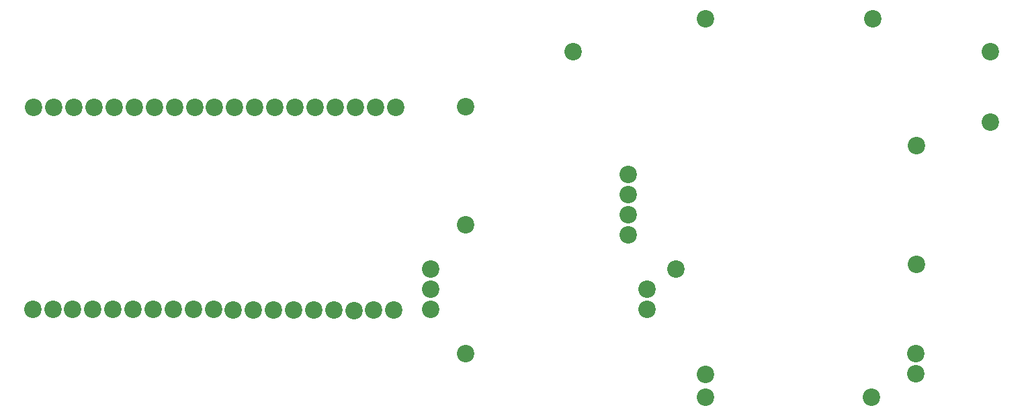
<source format=gbr>
%FSLAX34Y34*%
%MOMM*%
%LNSOLDERMASK_TOP*%
G71*
G01*
%ADD10C, 2.20*%
%LPD*%
X107612Y125106D02*
G54D10*
D03*
X109200Y379868D02*
G54D10*
D03*
X133012Y125106D02*
G54D10*
D03*
X134600Y379868D02*
G54D10*
D03*
X158412Y125106D02*
G54D10*
D03*
X160000Y379868D02*
G54D10*
D03*
X183812Y125106D02*
G54D10*
D03*
X185400Y379868D02*
G54D10*
D03*
X209212Y125106D02*
G54D10*
D03*
X210800Y379868D02*
G54D10*
D03*
X234612Y125106D02*
G54D10*
D03*
X236200Y379868D02*
G54D10*
D03*
X260012Y125106D02*
G54D10*
D03*
X261600Y379868D02*
G54D10*
D03*
X285412Y125106D02*
G54D10*
D03*
X286206Y379868D02*
G54D10*
D03*
X310019Y124312D02*
G54D10*
D03*
X311606Y379868D02*
G54D10*
D03*
X335419Y124312D02*
G54D10*
D03*
X337006Y379868D02*
G54D10*
D03*
X360819Y124312D02*
G54D10*
D03*
X362406Y379868D02*
G54D10*
D03*
X386219Y124312D02*
G54D10*
D03*
X387806Y379868D02*
G54D10*
D03*
X411619Y124312D02*
G54D10*
D03*
X413206Y379868D02*
G54D10*
D03*
X437019Y124312D02*
G54D10*
D03*
X438606Y379868D02*
G54D10*
D03*
X462419Y123518D02*
G54D10*
D03*
X464006Y379868D02*
G54D10*
D03*
X83800Y379868D02*
G54D10*
D03*
X58400Y379868D02*
G54D10*
D03*
X489406Y379868D02*
G54D10*
D03*
X514806Y379868D02*
G54D10*
D03*
X487025Y124312D02*
G54D10*
D03*
X512425Y124312D02*
G54D10*
D03*
X83006Y125106D02*
G54D10*
D03*
X57606Y125106D02*
G54D10*
D03*
X807700Y294937D02*
G54D10*
D03*
X807700Y269537D02*
G54D10*
D03*
X807700Y244137D02*
G54D10*
D03*
X807700Y218737D02*
G54D10*
D03*
X1169650Y69512D02*
G54D10*
D03*
X1169650Y44112D02*
G54D10*
D03*
X1264240Y361610D02*
G54D10*
D03*
X904538Y491787D02*
G54D10*
D03*
X1115675Y491787D02*
G54D10*
D03*
X904537Y13949D02*
G54D10*
D03*
X1114088Y13950D02*
G54D10*
D03*
X602912Y69512D02*
G54D10*
D03*
X1264240Y450510D02*
G54D10*
D03*
X1170581Y331500D02*
G54D10*
D03*
X1170581Y181500D02*
G54D10*
D03*
X904537Y42525D02*
G54D10*
D03*
X558462Y125074D02*
G54D10*
D03*
X831512Y125074D02*
G54D10*
D03*
X558462Y175874D02*
G54D10*
D03*
X558462Y150474D02*
G54D10*
D03*
X831512Y150474D02*
G54D10*
D03*
X868025Y175874D02*
G54D10*
D03*
X602912Y231437D02*
G54D10*
D03*
X602912Y380662D02*
G54D10*
D03*
X737850Y450512D02*
G54D10*
D03*
M02*

</source>
